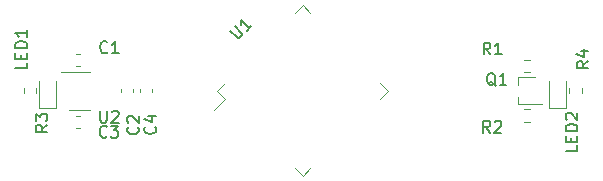
<source format=gbr>
%TF.GenerationSoftware,KiCad,Pcbnew,(5.1.9)-1*%
%TF.CreationDate,2021-04-29T23:37:35+02:00*%
%TF.ProjectId,STMega32,53544d65-6761-4333-922e-6b696361645f,rev?*%
%TF.SameCoordinates,Original*%
%TF.FileFunction,Legend,Top*%
%TF.FilePolarity,Positive*%
%FSLAX46Y46*%
G04 Gerber Fmt 4.6, Leading zero omitted, Abs format (unit mm)*
G04 Created by KiCad (PCBNEW (5.1.9)-1) date 2021-04-29 23:37:35*
%MOMM*%
%LPD*%
G01*
G04 APERTURE LIST*
%ADD10C,0.120000*%
%ADD11C,0.150000*%
G04 APERTURE END LIST*
D10*
%TO.C,C1*%
X130859420Y-97885000D02*
X131140580Y-97885000D01*
X130859420Y-96865000D02*
X131140580Y-96865000D01*
%TO.C,C2*%
X135660000Y-99859420D02*
X135660000Y-100140580D01*
X134640000Y-99859420D02*
X134640000Y-100140580D01*
%TO.C,C3*%
X131140580Y-102115000D02*
X130859420Y-102115000D01*
X131140580Y-103135000D02*
X130859420Y-103135000D01*
%TO.C,C4*%
X137235000Y-99859420D02*
X137235000Y-100140580D01*
X136215000Y-99859420D02*
X136215000Y-100140580D01*
%TO.C,Q1*%
X169680000Y-98840000D02*
X168270000Y-98840000D01*
X168270000Y-101160000D02*
X170300000Y-101160000D01*
X168270000Y-101160000D02*
X168270000Y-100500000D01*
X168270000Y-99500000D02*
X168270000Y-98840000D01*
%TO.C,R1*%
X169237258Y-98422500D02*
X168762742Y-98422500D01*
X169237258Y-97377500D02*
X168762742Y-97377500D01*
%TO.C,R2*%
X168762742Y-102622500D02*
X169237258Y-102622500D01*
X168762742Y-101577500D02*
X169237258Y-101577500D01*
%TO.C,U2*%
X132000000Y-98390000D02*
X129550000Y-98390000D01*
X130200000Y-101610000D02*
X132000000Y-101610000D01*
%TO.C,LED1*%
X129135000Y-101485000D02*
X129135000Y-99200000D01*
X127665000Y-101485000D02*
X129135000Y-101485000D01*
X127665000Y-99200000D02*
X127665000Y-101485000D01*
%TO.C,LED2*%
X170840000Y-99200000D02*
X170840000Y-101485000D01*
X170840000Y-101485000D02*
X172310000Y-101485000D01*
X172310000Y-101485000D02*
X172310000Y-99200000D01*
%TO.C,R3*%
X126377500Y-99762742D02*
X126377500Y-100237258D01*
X127422500Y-99762742D02*
X127422500Y-100237258D01*
%TO.C,R4*%
X173647500Y-99762742D02*
X173647500Y-100237258D01*
X172602500Y-99762742D02*
X172602500Y-100237258D01*
%TO.C,U1*%
X143445120Y-100671751D02*
X142497597Y-101619275D01*
X142773369Y-100000000D02*
X143445120Y-100671751D01*
X143445120Y-99328249D02*
X142773369Y-100000000D01*
X150000000Y-92773369D02*
X150671751Y-93445120D01*
X149328249Y-93445120D02*
X150000000Y-92773369D01*
X150000000Y-107226631D02*
X149328249Y-106554880D01*
X150671751Y-106554880D02*
X150000000Y-107226631D01*
X157226631Y-100000000D02*
X156554880Y-99328249D01*
X156554880Y-100671751D02*
X157226631Y-100000000D01*
%TO.C,C1*%
D11*
X133483333Y-96732142D02*
X133435714Y-96779761D01*
X133292857Y-96827380D01*
X133197619Y-96827380D01*
X133054761Y-96779761D01*
X132959523Y-96684523D01*
X132911904Y-96589285D01*
X132864285Y-96398809D01*
X132864285Y-96255952D01*
X132911904Y-96065476D01*
X132959523Y-95970238D01*
X133054761Y-95875000D01*
X133197619Y-95827380D01*
X133292857Y-95827380D01*
X133435714Y-95875000D01*
X133483333Y-95922619D01*
X134435714Y-96827380D02*
X133864285Y-96827380D01*
X134150000Y-96827380D02*
X134150000Y-95827380D01*
X134054761Y-95970238D01*
X133959523Y-96065476D01*
X133864285Y-96113095D01*
%TO.C,C2*%
X136057142Y-103091666D02*
X136104761Y-103139285D01*
X136152380Y-103282142D01*
X136152380Y-103377380D01*
X136104761Y-103520238D01*
X136009523Y-103615476D01*
X135914285Y-103663095D01*
X135723809Y-103710714D01*
X135580952Y-103710714D01*
X135390476Y-103663095D01*
X135295238Y-103615476D01*
X135200000Y-103520238D01*
X135152380Y-103377380D01*
X135152380Y-103282142D01*
X135200000Y-103139285D01*
X135247619Y-103091666D01*
X135247619Y-102710714D02*
X135200000Y-102663095D01*
X135152380Y-102567857D01*
X135152380Y-102329761D01*
X135200000Y-102234523D01*
X135247619Y-102186904D01*
X135342857Y-102139285D01*
X135438095Y-102139285D01*
X135580952Y-102186904D01*
X136152380Y-102758333D01*
X136152380Y-102139285D01*
%TO.C,C3*%
X133433333Y-103882142D02*
X133385714Y-103929761D01*
X133242857Y-103977380D01*
X133147619Y-103977380D01*
X133004761Y-103929761D01*
X132909523Y-103834523D01*
X132861904Y-103739285D01*
X132814285Y-103548809D01*
X132814285Y-103405952D01*
X132861904Y-103215476D01*
X132909523Y-103120238D01*
X133004761Y-103025000D01*
X133147619Y-102977380D01*
X133242857Y-102977380D01*
X133385714Y-103025000D01*
X133433333Y-103072619D01*
X133766666Y-102977380D02*
X134385714Y-102977380D01*
X134052380Y-103358333D01*
X134195238Y-103358333D01*
X134290476Y-103405952D01*
X134338095Y-103453571D01*
X134385714Y-103548809D01*
X134385714Y-103786904D01*
X134338095Y-103882142D01*
X134290476Y-103929761D01*
X134195238Y-103977380D01*
X133909523Y-103977380D01*
X133814285Y-103929761D01*
X133766666Y-103882142D01*
%TO.C,C4*%
X137507142Y-103041666D02*
X137554761Y-103089285D01*
X137602380Y-103232142D01*
X137602380Y-103327380D01*
X137554761Y-103470238D01*
X137459523Y-103565476D01*
X137364285Y-103613095D01*
X137173809Y-103660714D01*
X137030952Y-103660714D01*
X136840476Y-103613095D01*
X136745238Y-103565476D01*
X136650000Y-103470238D01*
X136602380Y-103327380D01*
X136602380Y-103232142D01*
X136650000Y-103089285D01*
X136697619Y-103041666D01*
X136935714Y-102184523D02*
X137602380Y-102184523D01*
X136554761Y-102422619D02*
X137269047Y-102660714D01*
X137269047Y-102041666D01*
%TO.C,Q1*%
X166354761Y-99597619D02*
X166259523Y-99550000D01*
X166164285Y-99454761D01*
X166021428Y-99311904D01*
X165926190Y-99264285D01*
X165830952Y-99264285D01*
X165878571Y-99502380D02*
X165783333Y-99454761D01*
X165688095Y-99359523D01*
X165640476Y-99169047D01*
X165640476Y-98835714D01*
X165688095Y-98645238D01*
X165783333Y-98550000D01*
X165878571Y-98502380D01*
X166069047Y-98502380D01*
X166164285Y-98550000D01*
X166259523Y-98645238D01*
X166307142Y-98835714D01*
X166307142Y-99169047D01*
X166259523Y-99359523D01*
X166164285Y-99454761D01*
X166069047Y-99502380D01*
X165878571Y-99502380D01*
X167259523Y-99502380D02*
X166688095Y-99502380D01*
X166973809Y-99502380D02*
X166973809Y-98502380D01*
X166878571Y-98645238D01*
X166783333Y-98740476D01*
X166688095Y-98788095D01*
%TO.C,R1*%
X165908333Y-96927380D02*
X165575000Y-96451190D01*
X165336904Y-96927380D02*
X165336904Y-95927380D01*
X165717857Y-95927380D01*
X165813095Y-95975000D01*
X165860714Y-96022619D01*
X165908333Y-96117857D01*
X165908333Y-96260714D01*
X165860714Y-96355952D01*
X165813095Y-96403571D01*
X165717857Y-96451190D01*
X165336904Y-96451190D01*
X166860714Y-96927380D02*
X166289285Y-96927380D01*
X166575000Y-96927380D02*
X166575000Y-95927380D01*
X166479761Y-96070238D01*
X166384523Y-96165476D01*
X166289285Y-96213095D01*
%TO.C,R2*%
X165883333Y-103552380D02*
X165550000Y-103076190D01*
X165311904Y-103552380D02*
X165311904Y-102552380D01*
X165692857Y-102552380D01*
X165788095Y-102600000D01*
X165835714Y-102647619D01*
X165883333Y-102742857D01*
X165883333Y-102885714D01*
X165835714Y-102980952D01*
X165788095Y-103028571D01*
X165692857Y-103076190D01*
X165311904Y-103076190D01*
X166264285Y-102647619D02*
X166311904Y-102600000D01*
X166407142Y-102552380D01*
X166645238Y-102552380D01*
X166740476Y-102600000D01*
X166788095Y-102647619D01*
X166835714Y-102742857D01*
X166835714Y-102838095D01*
X166788095Y-102980952D01*
X166216666Y-103552380D01*
X166835714Y-103552380D01*
%TO.C,U2*%
X132863095Y-101702380D02*
X132863095Y-102511904D01*
X132910714Y-102607142D01*
X132958333Y-102654761D01*
X133053571Y-102702380D01*
X133244047Y-102702380D01*
X133339285Y-102654761D01*
X133386904Y-102607142D01*
X133434523Y-102511904D01*
X133434523Y-101702380D01*
X133863095Y-101797619D02*
X133910714Y-101750000D01*
X134005952Y-101702380D01*
X134244047Y-101702380D01*
X134339285Y-101750000D01*
X134386904Y-101797619D01*
X134434523Y-101892857D01*
X134434523Y-101988095D01*
X134386904Y-102130952D01*
X133815476Y-102702380D01*
X134434523Y-102702380D01*
%TO.C,LED1*%
X126677380Y-97619047D02*
X126677380Y-98095238D01*
X125677380Y-98095238D01*
X126153571Y-97285714D02*
X126153571Y-96952380D01*
X126677380Y-96809523D02*
X126677380Y-97285714D01*
X125677380Y-97285714D01*
X125677380Y-96809523D01*
X126677380Y-96380952D02*
X125677380Y-96380952D01*
X125677380Y-96142857D01*
X125725000Y-96000000D01*
X125820238Y-95904761D01*
X125915476Y-95857142D01*
X126105952Y-95809523D01*
X126248809Y-95809523D01*
X126439285Y-95857142D01*
X126534523Y-95904761D01*
X126629761Y-96000000D01*
X126677380Y-96142857D01*
X126677380Y-96380952D01*
X126677380Y-94857142D02*
X126677380Y-95428571D01*
X126677380Y-95142857D02*
X125677380Y-95142857D01*
X125820238Y-95238095D01*
X125915476Y-95333333D01*
X125963095Y-95428571D01*
%TO.C,LED2*%
X173277380Y-104644047D02*
X173277380Y-105120238D01*
X172277380Y-105120238D01*
X172753571Y-104310714D02*
X172753571Y-103977380D01*
X173277380Y-103834523D02*
X173277380Y-104310714D01*
X172277380Y-104310714D01*
X172277380Y-103834523D01*
X173277380Y-103405952D02*
X172277380Y-103405952D01*
X172277380Y-103167857D01*
X172325000Y-103025000D01*
X172420238Y-102929761D01*
X172515476Y-102882142D01*
X172705952Y-102834523D01*
X172848809Y-102834523D01*
X173039285Y-102882142D01*
X173134523Y-102929761D01*
X173229761Y-103025000D01*
X173277380Y-103167857D01*
X173277380Y-103405952D01*
X172372619Y-102453571D02*
X172325000Y-102405952D01*
X172277380Y-102310714D01*
X172277380Y-102072619D01*
X172325000Y-101977380D01*
X172372619Y-101929761D01*
X172467857Y-101882142D01*
X172563095Y-101882142D01*
X172705952Y-101929761D01*
X173277380Y-102501190D01*
X173277380Y-101882142D01*
%TO.C,R3*%
X128402380Y-102891666D02*
X127926190Y-103225000D01*
X128402380Y-103463095D02*
X127402380Y-103463095D01*
X127402380Y-103082142D01*
X127450000Y-102986904D01*
X127497619Y-102939285D01*
X127592857Y-102891666D01*
X127735714Y-102891666D01*
X127830952Y-102939285D01*
X127878571Y-102986904D01*
X127926190Y-103082142D01*
X127926190Y-103463095D01*
X127402380Y-102558333D02*
X127402380Y-101939285D01*
X127783333Y-102272619D01*
X127783333Y-102129761D01*
X127830952Y-102034523D01*
X127878571Y-101986904D01*
X127973809Y-101939285D01*
X128211904Y-101939285D01*
X128307142Y-101986904D01*
X128354761Y-102034523D01*
X128402380Y-102129761D01*
X128402380Y-102415476D01*
X128354761Y-102510714D01*
X128307142Y-102558333D01*
%TO.C,R4*%
X174202380Y-97516666D02*
X173726190Y-97850000D01*
X174202380Y-98088095D02*
X173202380Y-98088095D01*
X173202380Y-97707142D01*
X173250000Y-97611904D01*
X173297619Y-97564285D01*
X173392857Y-97516666D01*
X173535714Y-97516666D01*
X173630952Y-97564285D01*
X173678571Y-97611904D01*
X173726190Y-97707142D01*
X173726190Y-98088095D01*
X173535714Y-96659523D02*
X174202380Y-96659523D01*
X173154761Y-96897619D02*
X173869047Y-97135714D01*
X173869047Y-96516666D01*
%TO.C,U1*%
X143841436Y-94918932D02*
X144413856Y-95491352D01*
X144514871Y-95525024D01*
X144582215Y-95525024D01*
X144683230Y-95491352D01*
X144817917Y-95356665D01*
X144851589Y-95255650D01*
X144851589Y-95188306D01*
X144817917Y-95087291D01*
X144245497Y-94514871D01*
X145659711Y-94514871D02*
X145255650Y-94918932D01*
X145457680Y-94716902D02*
X144750574Y-94009795D01*
X144784245Y-94178154D01*
X144784245Y-94312841D01*
X144750574Y-94413856D01*
%TD*%
M02*

</source>
